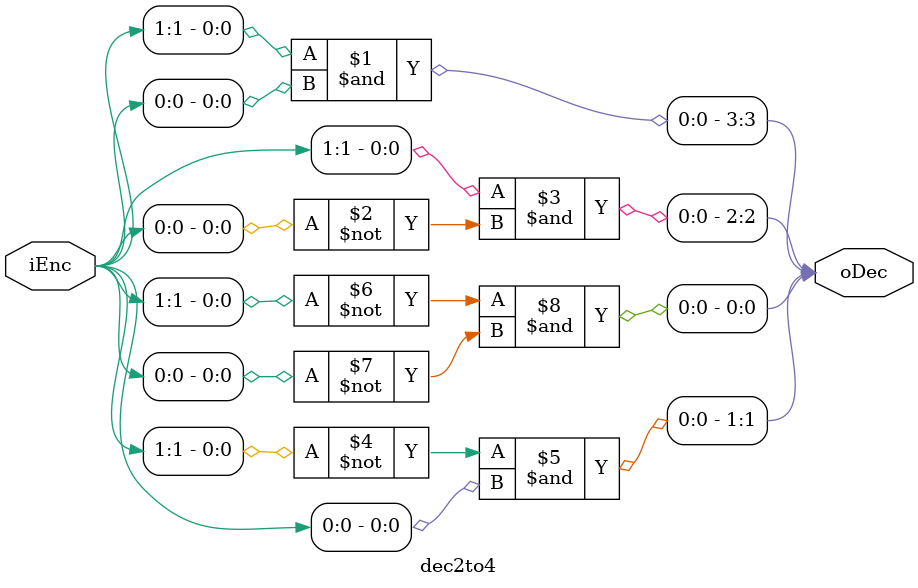
<source format=v>
module dec2to4
	(
		input wire [1:0] iEnc,
		output wire [3:0] oDec
	);

	assign oDec[3] =  iEnc[1] &  iEnc[0];
	assign oDec[2] =  iEnc[1] & ~iEnc[0];
	assign oDec[1] = ~iEnc[1] &  iEnc[0];
	assign oDec[0] = ~iEnc[1] & ~iEnc[0];

endmodule

</source>
